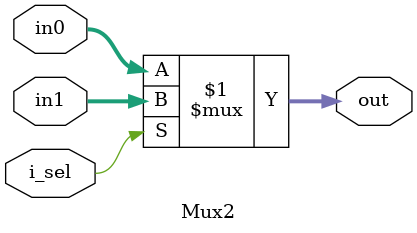
<source format=v>
module Mux2(in0,
            in1,
            i_sel,
            out);
            
parameter WIDTH = 5;

input   [WIDTH-1:0] in0, in1;
input               i_sel;
output  [WIDTH-1:0] out;

assign out = i_sel ? in1 : in0;
  
endmodule

</source>
